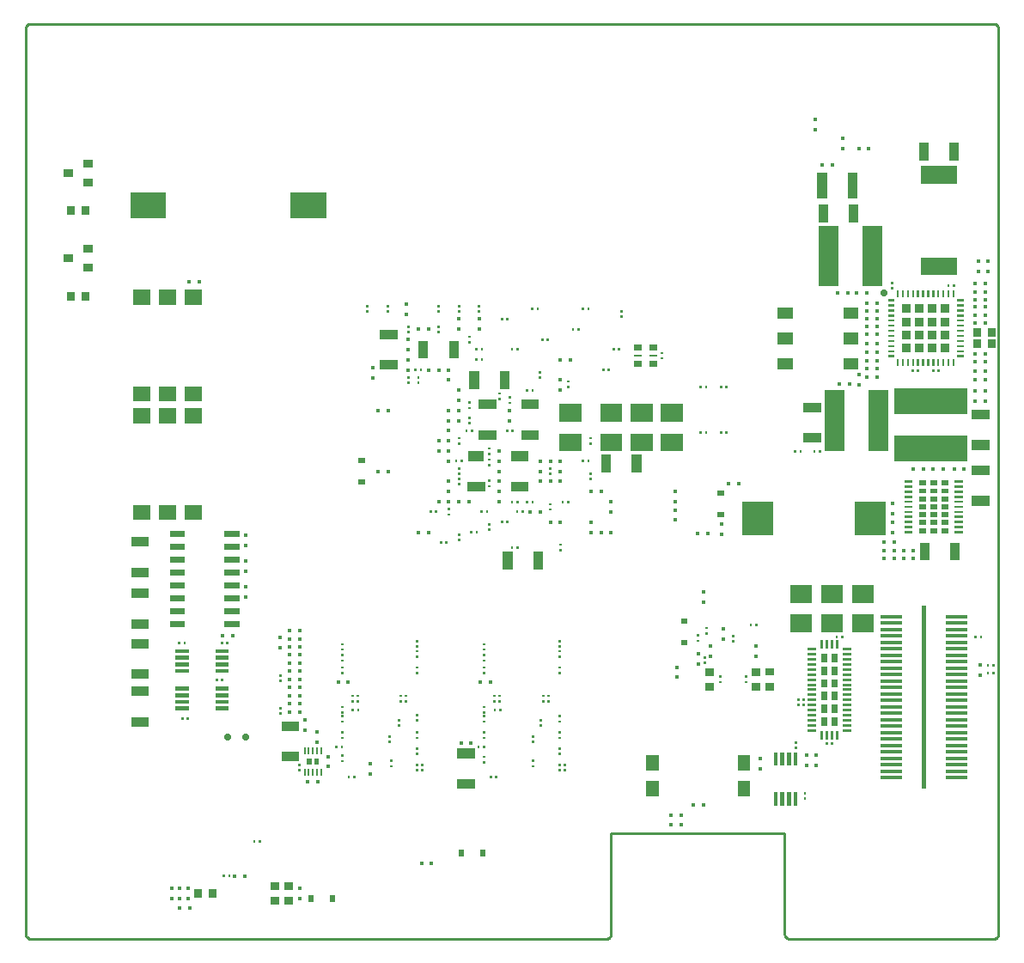
<source format=gbr>
*
%FSLAX26Y26*%
%MOIN*%
%ADD10R,0.018000X0.018000*%
%ADD11R,0.014000X0.014000*%
%ADD12R,0.009024X0.009024*%
%ADD13R,0.037370X0.037370*%
%ADD14R,0.017685X0.017685*%
%ADD15R,0.068866X0.068866*%
%ADD16R,0.029496X0.029496*%
%ADD17R,0.021000X0.021000*%
%ADD18R,0.120047X0.120047*%
%ADD19R,0.076740X0.076740*%
%ADD20R,0.100362X0.100362*%
%ADD21C,0.028000*%
%ADD22R,0.007055X0.007055*%
%ADD23R,0.018669X0.018669*%
%ADD24R,0.019496X0.019496*%
%ADD25R,0.049181X0.049181*%
%ADD26R,0.007843X0.007843*%
%ADD27R,0.033482X0.033482*%
%ADD28R,0.025559X0.025559*%
%ADD29R,0.009811X0.009811*%
%ADD30R,0.021622X0.021622*%
%ADD31R,0.057843X0.057843*%
%ADD32R,0.015717X0.015717*%
%ADD33R,0.023591X0.023591*%
%ADD34R,0.045244X0.045244*%
%ADD35C,0.010000*%
%IPPOS*%
%LNciaa_acc-b.paste.gbr*%
%LPD*%
G75*
G54D10*
X04666142Y-04138524D02*
Y-03448524D01*
G54D11*
X04504142Y-03481024D02*
X04573142D01*
X04504142Y-03506024D02*
X04573142D01*
X04504142Y-03531024D02*
X04573142D01*
X04504142Y-03556024D02*
X04573142D01*
X04504142Y-03581024D02*
X04573142D01*
X04504142Y-03606024D02*
X04573142D01*
X04504142Y-03631024D02*
X04573142D01*
X04504142Y-03656024D02*
X04573142D01*
X04504142Y-03681024D02*
X04573142D01*
X04504142Y-03706024D02*
X04573142D01*
X04504142Y-03731024D02*
X04573142D01*
X04504142Y-03756024D02*
X04573142D01*
X04504142Y-03781024D02*
X04573142D01*
X04504142Y-03806024D02*
X04573142D01*
X04504142Y-03831024D02*
X04573142D01*
X04504142Y-03856024D02*
X04573142D01*
X04504142Y-03881024D02*
X04573142D01*
X04504142Y-03906024D02*
X04573142D01*
X04504142Y-03931024D02*
X04573142D01*
X04504142Y-03956024D02*
X04573142D01*
X04504142Y-03981024D02*
X04573142D01*
X04504142Y-04006024D02*
X04573142D01*
X04504142Y-04031024D02*
X04573142D01*
X04504142Y-04056024D02*
X04573142D01*
X04504142Y-04081024D02*
X04573142D01*
X04504142Y-04106024D02*
X04573142D01*
X04759142Y-03481024D02*
X04828142D01*
X04759142Y-03506024D02*
X04828142D01*
X04759142Y-03531024D02*
X04828142D01*
X04759142Y-03556024D02*
X04828142D01*
X04759142Y-03581024D02*
X04828142D01*
X04759142Y-03606024D02*
X04828142D01*
X04759142Y-03631024D02*
X04828142D01*
X04759142Y-03656024D02*
X04828142D01*
X04759142Y-03681024D02*
X04828142D01*
X04759142Y-03706024D02*
X04828142D01*
X04759142Y-03731024D02*
X04828142D01*
X04759142Y-03756024D02*
X04828142D01*
X04759142Y-03781024D02*
X04828142D01*
X04759142Y-03806024D02*
X04828142D01*
X04759142Y-03831024D02*
X04828142D01*
X04759142Y-03856024D02*
X04828142D01*
X04759142Y-03881024D02*
X04828142D01*
X04759142Y-03906024D02*
X04828142D01*
X04759142Y-03931024D02*
X04828142D01*
X04759142Y-03956024D02*
X04828142D01*
X04759142Y-03981024D02*
X04828142D01*
X04759142Y-04006024D02*
X04828142D01*
X04759142Y-04031024D02*
X04828142D01*
X04759142Y-04056024D02*
X04828142D01*
X04759142Y-04081024D02*
X04828142D01*
X04759142Y-04106024D02*
X04828142D01*
G54D12*
X02448425Y-03809646D02*
X02449212D01*
X02448425Y-03788780D02*
X02449212D01*
X02598032Y-04061614D02*
X02598819D01*
X02598032Y-04040748D02*
X02598819D01*
X02434449Y-04102756D02*
Y-04101969D01*
X02455315Y-04102756D02*
Y-04101969D01*
X02594095Y-03967126D02*
X02594882D01*
X02594095Y-03946260D02*
X02594882D01*
X02409055Y-04021063D02*
X02409842D01*
X02409055Y-04041929D02*
X02409842D01*
X02629528Y-03883268D02*
X02630315D01*
X02629528Y-03904134D02*
X02630315D01*
X02409055Y-03587992D02*
X02409842D01*
X02409055Y-03608858D02*
X02409842D01*
X02408071Y-03988582D02*
Y-03987795D01*
X02387205Y-03988582D02*
Y-03987795D01*
X02700394Y-03615551D02*
X02701181D01*
X02700394Y-03636417D02*
X02701181D01*
X02409055Y-03832087D02*
X02409842D01*
X02409055Y-03852953D02*
X02409842D01*
X02409055Y-03951378D02*
X02409842D01*
X02409055Y-03930512D02*
X02409842D01*
X02700394Y-03678543D02*
X02701181D01*
X02700394Y-03699409D02*
X02701181D01*
X02450197Y-03842913D02*
Y-03842126D01*
X02471063Y-03842913D02*
Y-03842126D01*
X02409055Y-03867520D02*
X02409842D01*
X02409055Y-03888386D02*
X02409842D01*
X02657087Y-03788780D02*
X02657874D01*
X02657087Y-03809646D02*
X02657874D01*
X02700394Y-03576181D02*
X02701181D01*
X02700394Y-03597047D02*
X02701181D01*
X02468110Y-03788780D02*
X02468897D01*
X02468110Y-03809646D02*
X02468897D01*
X02700394Y-03930512D02*
X02701181D01*
X02700394Y-03951378D02*
X02701181D01*
X02637402Y-03809646D02*
X02638189D01*
X02637402Y-03788780D02*
X02638189D01*
X02409055Y-03678543D02*
X02409842D01*
X02409055Y-03699409D02*
X02409842D01*
X02700394Y-04014370D02*
X02701181D01*
X02700394Y-03993504D02*
X02701181D01*
X02720079Y-04056496D02*
X02720866D01*
X02720079Y-04077362D02*
X02720866D01*
X02409055Y-03631299D02*
X02409842D01*
X02409055Y-03652165D02*
X02409842D01*
X02700394Y-04077362D02*
X02701181D01*
X02700394Y-04056496D02*
X02701181D01*
G54D13*
X02874016Y-04129921D02*
X02905512D01*
X02874016Y-04011811D02*
X02905512D01*
G54D12*
X02999606Y-03809646D02*
X03000394D01*
X02999606Y-03788780D02*
X03000394D01*
X03149213Y-04061614D02*
X03150000D01*
X03149213Y-04040748D02*
X03150000D01*
X02985630Y-04102756D02*
Y-04101969D01*
X03006496Y-04102756D02*
Y-04101969D01*
X03149213Y-03967126D02*
X03150000D01*
X03149213Y-03946260D02*
X03150000D01*
X02960236Y-04025000D02*
X02961023D01*
X02960236Y-04045866D02*
X02961023D01*
X03180709Y-03883268D02*
X03181496D01*
X03180709Y-03904134D02*
X03181496D01*
X02960236Y-03587992D02*
X02961023D01*
X02960236Y-03608858D02*
X02961023D01*
X02959252Y-03988582D02*
Y-03987795D01*
X02938386Y-03988582D02*
Y-03987795D01*
X03251575Y-03615551D02*
X03252362D01*
X03251575Y-03636417D02*
X03252362D01*
X02960236Y-03832087D02*
X02961023D01*
X02960236Y-03852953D02*
X02961023D01*
X02960236Y-03951378D02*
X02961023D01*
X02960236Y-03930512D02*
X02961023D01*
X03251575Y-03678543D02*
X03252362D01*
X03251575Y-03699409D02*
X03252362D01*
X03001378Y-03842913D02*
Y-03842126D01*
X03022244Y-03842913D02*
Y-03842126D01*
X02960236Y-03867520D02*
X02961023D01*
X02960236Y-03888386D02*
X02961023D01*
X03208268Y-03788780D02*
X03209055D01*
X03208268Y-03809646D02*
X03209055D01*
X03251575Y-03576181D02*
X03252362D01*
X03251575Y-03597047D02*
X03252362D01*
X03019292Y-03788780D02*
X03020079D01*
X03019292Y-03809646D02*
X03020079D01*
X03251575Y-03930512D02*
X03252362D01*
X03251575Y-03951378D02*
X03252362D01*
X03188583Y-03809646D02*
X03189370D01*
X03188583Y-03788780D02*
X03189370D01*
X02960236Y-03678543D02*
X02961023D01*
X02960236Y-03699409D02*
X02961023D01*
X03251575Y-04014370D02*
X03252362D01*
X03251575Y-03993504D02*
X03252362D01*
X03271260Y-04056496D02*
X03272047D01*
X03271260Y-04077362D02*
X03272047D01*
X02960236Y-03631299D02*
X02961023D01*
X02960236Y-03652165D02*
X02961023D01*
X03251575Y-04077362D02*
X03252362D01*
X03251575Y-04056496D02*
X03252362D01*
G54D13*
X02192913Y-04023622D02*
X02224409D01*
X02192913Y-03905512D02*
X02224409D01*
G54D12*
X02168898Y-03730906D02*
X02169685D01*
X02168898Y-03710039D02*
X02169685D01*
X02168898Y-03836024D02*
X02169685D01*
X02168898Y-03856890D02*
X02169685D01*
X02700394Y-03884449D02*
X02701181D01*
X02700394Y-03863583D02*
X02701181D01*
X03251575Y-03888386D02*
X03252362D01*
X03251575Y-03867520D02*
X03252362D01*
G54D13*
X04870079Y-02913386D02*
X04901575D01*
X04870079Y-03031496D02*
X04901575D01*
X04669291Y-03244094D02*
Y-03212598D01*
X04787402Y-03244094D02*
Y-03212598D01*
G54D12*
X02243701Y-04077362D02*
X02244488D01*
X02243701Y-04056496D02*
X02244488D01*
G54D14*
X02354331Y-04023622D03*
Y-04062992D03*
X04545000Y-03043307D03*
Y-03082677D03*
X04551181Y-03224409D03*
X04511811D03*
X04586614D03*
X04625984D03*
G54D15*
X04181536Y-03507480D02*
X04198464D01*
X04181536Y-03392520D02*
X04198464D01*
X04421536Y-03507480D02*
X04438464D01*
X04421536Y-03392520D02*
X04438464D01*
X04301536Y-03507480D02*
X04318464D01*
X04301536Y-03392520D02*
X04318464D01*
G54D13*
X04870079Y-02814961D02*
X04901575D01*
X04870079Y-02696850D02*
X04901575D01*
X04216535Y-02787402D02*
X04248031D01*
X04216535Y-02669291D02*
X04248031D01*
X04393701Y-01933071D02*
Y-01901575D01*
X04275591Y-01933071D02*
Y-01901575D01*
X04665354Y-01692913D02*
Y-01661417D01*
X04783465Y-01692913D02*
Y-01661417D01*
G54D14*
X04484252Y-02326772D03*
X04444882D03*
X04905512Y-02460630D03*
X04866142D03*
X04444882Y-02263780D03*
X04484252D03*
X04904685Y-02562992D03*
X04865315D03*
X04444882Y-02354331D03*
X04484252D03*
X04905512Y-02492126D03*
X04866142D03*
G54D12*
X04542914Y-02207283D02*
X04543701D01*
X04542914Y-02186417D02*
X04543701D01*
X04723031Y-02527953D02*
Y-02527166D01*
X04702165Y-02527953D02*
Y-02527166D01*
G54D14*
X04905512Y-02279528D03*
X04866142D03*
X04444882Y-02456693D03*
X04484252D03*
G54D16*
X04931102Y-02379921D02*
Y-02375984D01*
X04872047Y-02379921D02*
Y-02375984D01*
G54D14*
X04905512Y-02188976D03*
X04866142D03*
X04484252Y-02551181D03*
X04444882D03*
G54D16*
X04931102Y-02423228D02*
Y-02419291D01*
X04872047Y-02423228D02*
Y-02419291D01*
G54D14*
X04905512Y-02251969D03*
X04866142D03*
X04484252Y-02488189D03*
X04444882D03*
G54D12*
X04782087Y-02197244D02*
Y-02196457D01*
X04761220Y-02197244D02*
Y-02196457D01*
X04623425Y-02527953D02*
Y-02527166D01*
X04644291Y-02527953D02*
Y-02527166D01*
X04179567Y-03825394D02*
Y-03824606D01*
X04200433Y-03825394D02*
Y-03824606D01*
X04179567Y-03805394D02*
Y-03804606D01*
X04200433Y-03805394D02*
Y-03804606D01*
X04349016Y-03559449D02*
Y-03558662D01*
X04328150Y-03559449D02*
Y-03558662D01*
X04288780Y-03972834D02*
Y-03972047D01*
X04309646Y-03972834D02*
Y-03972047D01*
G54D14*
X02031496Y-04488189D03*
X01992126D03*
X01818898Y-04610236D03*
X01779528D03*
G54D12*
X04262402Y-02838976D02*
Y-02838189D01*
X04241535Y-02838976D02*
Y-02838189D01*
X04167116Y-02838976D02*
Y-02838189D01*
X04187983Y-02838976D02*
Y-02838189D01*
X03821457Y-02768110D02*
Y-02767323D01*
X03800591Y-02768110D02*
Y-02767323D01*
X03879331Y-02768110D02*
Y-02767323D01*
X03900197Y-02768110D02*
Y-02767323D01*
X03821457Y-02590945D02*
Y-02590158D01*
X03800591Y-02590945D02*
Y-02590158D01*
X03879331Y-02590945D02*
Y-02590158D01*
X03900197Y-02590945D02*
Y-02590158D01*
G54D14*
X02035000Y-03165315D03*
Y-03204685D03*
Y-03265315D03*
Y-03304685D03*
Y-03365315D03*
Y-03404685D03*
X01944882Y-03555118D03*
X01984252D03*
G54D12*
X01922638Y-03728740D02*
Y-03727953D01*
X01943504Y-03728740D02*
Y-03727953D01*
X01788780Y-03878346D02*
Y-03877559D01*
X01809646Y-03878346D02*
Y-03877559D01*
X01963189Y-03583071D02*
Y-03582284D01*
X01942323Y-03583071D02*
Y-03582284D01*
X01776969Y-03583071D02*
Y-03582284D01*
X01797835Y-03583071D02*
Y-03582284D01*
G54D13*
X03122047Y-02775591D02*
X03153543D01*
X03122047Y-02657480D02*
X03153543D01*
G54D15*
X03286811Y-02805512D02*
X03303740D01*
X03286811Y-02690551D02*
X03303740D01*
G54D13*
X02956693Y-02775591D02*
X02988189D01*
X02956693Y-02657480D02*
X02988189D01*
G54D15*
X03680512Y-02805512D02*
X03697441D01*
X03680512Y-02690551D02*
X03697441D01*
G54D13*
X02574803Y-02385827D02*
X02606299D01*
X02574803Y-02503937D02*
X02606299D01*
G54D15*
X03444291Y-02805512D02*
X03461220D01*
X03444291Y-02690551D02*
X03461220D01*
X03562402Y-02805512D02*
X03579331D01*
X03562402Y-02690551D02*
X03579331D01*
G54D13*
X03082677Y-02858268D02*
X03114173D01*
X03082677Y-02976378D02*
X03114173D01*
X02917323Y-02858268D02*
X02940945D01*
X02913386Y-02976378D02*
X02944882D01*
X02921260Y-02578740D02*
Y-02547244D01*
X03039370Y-02578740D02*
Y-02547244D01*
X03169291Y-03279528D02*
Y-03248031D01*
X03051181Y-03279528D02*
Y-03248031D01*
X03433071Y-02901575D02*
Y-02870079D01*
X03551181Y-02901575D02*
Y-02870079D01*
G54D12*
X03148228Y-03035827D02*
Y-03035040D01*
X03127362Y-03035827D02*
Y-03035040D01*
X03087992Y-03075197D02*
Y-03074410D01*
X03108858Y-03075197D02*
Y-03074410D01*
G54D13*
X02724409Y-02460630D02*
Y-02429134D01*
X02842520Y-02460630D02*
Y-02429134D01*
G54D14*
X03787402Y-03157480D03*
X03826772D03*
X03700787Y-03106299D03*
Y-03066929D03*
X03881890Y-03122047D03*
Y-03161417D03*
X03700787Y-02996063D03*
Y-03035433D03*
G54D12*
X03216142Y-02927756D02*
X03216929D01*
X03216142Y-02906890D02*
X03216929D01*
G54D16*
X02198819Y-04584646D02*
X02202756D01*
X02198819Y-04525591D02*
X02202756D01*
G54D12*
X03822441Y-03525000D02*
X03823228D01*
X03822441Y-03545866D02*
X03823228D01*
X03789606Y-03575433D02*
X03790394D01*
X03789606Y-03554567D02*
X03790394D01*
X04015433Y-03515394D02*
Y-03514606D01*
X03994567Y-03515394D02*
Y-03514606D01*
X03924803Y-03556496D02*
X03925590D01*
X03924803Y-03577362D02*
X03925590D01*
G54D14*
X04244094Y-01590551D03*
Y-01551181D03*
G54D12*
X03874606Y-03735433D02*
X03875394D01*
X03874606Y-03714567D02*
X03875394D01*
X03974606Y-03735433D02*
X03975394D01*
X03974606Y-03714567D02*
X03975394D01*
G54D14*
X04350394Y-01625984D03*
Y-01665354D03*
G54D12*
X04168898Y-03990748D02*
X04169685D01*
X04168898Y-03969882D02*
X04169685D01*
X04204331Y-04187598D02*
X04205118D01*
X04204331Y-04166732D02*
X04205118D01*
X03814567Y-03660039D02*
X03815354D01*
X03814567Y-03639173D02*
X03815354D01*
G54D17*
X02954921Y-04399638D02*
Y-04395638D01*
X02871850Y-04399638D02*
Y-04395638D01*
X02482252Y-02958858D02*
X02486252D01*
X02482252Y-02875787D02*
X02486252D01*
X03875953Y-03084843D02*
X03879953D01*
X03875953Y-03001772D02*
X03879953D01*
X02372244Y-04576803D02*
Y-04572803D01*
X02289173Y-04576803D02*
Y-04572803D01*
X03734220Y-03580906D02*
X03738220D01*
X03734220Y-03497835D02*
X03738220D01*
G54D16*
X01848425Y-04557087D02*
Y-04553150D01*
X01907480Y-04557087D02*
Y-04553150D01*
X01414528Y-01906969D02*
Y-01903031D01*
X01355472Y-01906969D02*
Y-01903031D01*
X01414528Y-02241969D02*
Y-02238031D01*
X01355472Y-02241969D02*
Y-02238031D01*
X02147638Y-04525591D02*
X02151575D01*
X02147638Y-04584646D02*
X02151575D01*
X04064961Y-03694882D02*
X04068898D01*
X04064961Y-03753937D02*
X04068898D01*
X04013031Y-03695472D02*
X04016969D01*
X04013031Y-03754528D02*
X04016969D01*
X03833031D02*
X03836969D01*
X03833031Y-03695472D02*
X03836969D01*
G54D18*
X04458504Y-03103937D02*
Y-03096063D01*
X04021496Y-03103937D02*
Y-03096063D01*
G54D19*
X04466535Y-02161417D02*
Y-02003937D01*
X04297244Y-02161417D02*
Y-02003937D01*
G54D20*
X04600393Y-02643701D02*
X04785433D01*
X04600393Y-02828740D02*
X04785433D01*
G54D15*
X04689567Y-02122165D02*
X04760433D01*
X04689567Y-01767835D02*
X04760433D01*
G54D19*
X04490157Y-02799212D02*
Y-02641732D01*
X04320866Y-02799212D02*
Y-02641732D01*
G54D14*
X02862205Y-03035433D03*
X02901575D03*
X02783465D03*
X02822835D03*
X02204724Y-03598425D03*
X02244094D03*
X02204724Y-03724409D03*
X02244094D03*
X02204724Y-03661417D03*
X02244094D03*
X02204724Y-03566929D03*
X02244094D03*
X02204724Y-03629921D03*
X02244094D03*
X02204724Y-03787402D03*
X02244094D03*
X02204724Y-03535433D03*
X02244094D03*
X02204724Y-03692913D03*
X02244094D03*
X02204724Y-03818898D03*
X02244094D03*
X02204724Y-03850394D03*
X02244094D03*
X02204724Y-03755906D03*
X02244094D03*
X02263780Y-03881890D03*
Y-03921260D03*
X02984252Y-03736220D03*
X02944882D03*
X02433071D03*
X02393701D03*
X02314961Y-04122047D03*
X02275591D03*
X04822835Y-02909449D03*
X04783465D03*
X04700787D03*
X04740157D03*
X04664685Y-02910000D03*
X04625315D03*
X04545000Y-03153543D03*
Y-03114173D03*
X04511811Y-03192913D03*
X04551181D03*
X04031496Y-04031496D03*
Y-04070866D03*
X04551181Y-03255906D03*
X04511811D03*
X04625984D03*
X04586614D03*
X03771654Y-04212598D03*
X03811024D03*
X04444882Y-02295000D03*
X04484252D03*
X04905512Y-02527559D03*
X04866142D03*
X04330709Y-02224409D03*
X04370079D03*
X04405512D03*
X04444882D03*
X04866142Y-02645669D03*
Y-02606299D03*
X04905512D03*
Y-02645669D03*
Y-02220472D03*
X04866142D03*
X04444882Y-02519685D03*
X04484252D03*
X04866142Y-02311024D03*
X04905512D03*
X04484252Y-02385827D03*
X04444882D03*
Y-02421260D03*
X04484252D03*
X04877953Y-02102362D03*
Y-02141732D03*
X04913386D03*
Y-02102362D03*
X04338583Y-02578740D03*
X04377953D03*
X04413386Y-02543307D03*
Y-02582677D03*
X04885000Y-03669291D03*
Y-03708661D03*
X02755906Y-04437008D03*
X02716535D03*
X02586614Y-02917323D03*
X02547244D03*
X02822835Y-02562992D03*
Y-02523622D03*
X01779528Y-04535433D03*
Y-04574803D03*
X01811024D03*
Y-04535433D03*
G54D13*
X01609252Y-03309055D02*
X01640748D01*
X01609252Y-03190945D02*
X01640748D01*
X01609252Y-03509055D02*
X01640748D01*
X01609252Y-03390945D02*
X01640748D01*
X01609252Y-03704055D02*
X01640748D01*
X01609252Y-03585945D02*
X01640748D01*
X01609252Y-03889055D02*
X01640748D01*
X01609252Y-03770945D02*
X01640748D01*
G54D14*
X02665354Y-02484252D03*
Y-02523622D03*
X01854331Y-02181102D03*
X01814961D03*
X03811024Y-03385827D03*
Y-03425197D03*
X03452756Y-03074803D03*
Y-03035433D03*
X03948819Y-02964567D03*
X03909449D03*
X03255906Y-02877953D03*
Y-02917323D03*
X03216535Y-02956693D03*
X03255906D03*
X03790000Y-03625315D03*
Y-03664685D03*
X04248031Y-04059055D03*
Y-04019685D03*
X04212598Y-04059055D03*
Y-04019685D03*
X04413386Y-01665354D03*
X04452756D03*
X03724409Y-04287402D03*
X03685039D03*
X03724409Y-04251969D03*
X03685039D03*
X03255906Y-02602362D03*
Y-02562992D03*
X03295276Y-02484252D03*
X03255906D03*
G54D13*
X04389764Y-01838583D02*
Y-01775591D01*
X04271654Y-01838583D02*
Y-01775591D01*
G54D21*
X02035433Y-03948819D03*
X04511811Y-02224409D03*
X01964567Y-03948819D03*
G54D22*
X02263780Y-04093898D02*
Y-04075394D01*
X02279528Y-04093898D02*
Y-04075394D01*
X02295276Y-04093898D02*
Y-04075394D01*
X02311024Y-04093898D02*
Y-04075394D01*
X02326772Y-04093898D02*
Y-04075394D01*
X02263780Y-04011220D02*
Y-03992717D01*
X02279528Y-04011220D02*
Y-03992717D01*
X02295276Y-04011220D02*
Y-03992717D01*
X02311024Y-04011220D02*
Y-03992717D01*
X02326772Y-04011220D02*
Y-03992717D01*
G54D23*
X02280512Y-04045374D02*
Y-04041240D01*
X02310039Y-04045374D02*
Y-04041240D01*
G54D12*
X04790945Y-03055000D02*
X04813386D01*
X04790945Y-03074685D02*
X04813386D01*
X04790945Y-03094370D02*
X04813386D01*
X04790945Y-03114055D02*
X04813386D01*
X04790945Y-03133740D02*
X04813386D01*
X04790945Y-03153425D02*
X04813386D01*
X04790945Y-03035315D02*
X04813386D01*
X04790945Y-03015630D02*
X04813386D01*
X04790945Y-02995945D02*
X04813386D01*
X04790945Y-02976260D02*
X04813386D01*
X04790945Y-02956575D02*
X04813386D01*
X04596063Y-03153425D02*
X04618504D01*
X04596063Y-03133740D02*
X04618504D01*
X04596063Y-03114055D02*
X04618504D01*
X04596063Y-03094370D02*
X04618504D01*
X04596063Y-03074685D02*
X04618504D01*
X04596063Y-03055000D02*
X04618504D01*
X04596063Y-03035315D02*
X04618504D01*
X04596063Y-03015630D02*
X04618504D01*
X04596063Y-02995945D02*
X04618504D01*
X04596063Y-02976260D02*
X04618504D01*
X04596063Y-02956575D02*
X04618504D01*
G54D24*
X04743110Y-03147126D02*
X04751378D01*
X04700590D02*
X04708858D01*
X04658071D02*
X04666339D01*
X04743110Y-03116417D02*
X04751378D01*
X04743110Y-03085709D02*
X04751378D01*
X04743110Y-03055000D02*
X04751378D01*
X04743110Y-03024291D02*
X04751378D01*
X04743110Y-02993583D02*
X04751378D01*
X04743110Y-02962874D02*
X04751378D01*
X04700590D02*
X04708858D01*
X04700590Y-02993583D02*
X04708858D01*
X04700590Y-03024291D02*
X04708858D01*
X04700590Y-03055000D02*
X04708858D01*
X04700590Y-03085709D02*
X04708858D01*
X04700590Y-03116417D02*
X04708858D01*
X04658071D02*
X04666339D01*
X04658071Y-03085709D02*
X04666339D01*
X04658071Y-03055000D02*
X04666339D01*
X04658071Y-03024291D02*
X04666339D01*
X04658071Y-02993583D02*
X04666339D01*
X04658071Y-02962874D02*
X04666339D01*
G54D25*
X03614173Y-04052362D02*
Y-04044488D01*
Y-04152362D02*
Y-04144488D01*
X03968504Y-04052362D02*
Y-04044488D01*
Y-04152362D02*
Y-04144488D01*
G54D26*
X04564961Y-02237204D02*
Y-02219488D01*
X04584646Y-02237204D02*
Y-02219488D01*
X04604331Y-02237204D02*
Y-02219488D01*
X04624016Y-02237204D02*
Y-02219488D01*
X04643701Y-02237204D02*
Y-02219488D01*
X04663386Y-02237204D02*
Y-02219488D01*
X04683071Y-02237204D02*
Y-02219488D01*
X04702756Y-02237204D02*
Y-02219488D01*
X04722441Y-02237204D02*
Y-02219488D01*
X04742126Y-02237204D02*
Y-02219488D01*
X04761811Y-02237204D02*
Y-02219488D01*
X04781496Y-02237204D02*
Y-02219488D01*
X04798229Y-02253937D02*
X04815945D01*
X04798229Y-02273622D02*
X04815945D01*
X04798229Y-02293307D02*
X04815945D01*
X04798229Y-02312992D02*
X04815945D01*
X04798229Y-02332677D02*
X04815945D01*
X04798229Y-02352362D02*
X04815945D01*
X04798229Y-02372047D02*
X04815945D01*
X04798229Y-02391732D02*
X04815945D01*
X04798229Y-02411417D02*
X04815945D01*
X04798229Y-02431102D02*
X04815945D01*
X04798229Y-02450787D02*
X04815945D01*
X04798229Y-02470472D02*
X04815945D01*
X04781496Y-02504921D02*
Y-02487205D01*
X04761811Y-02504921D02*
Y-02487205D01*
X04742126Y-02504921D02*
Y-02487205D01*
X04722441Y-02504921D02*
Y-02487205D01*
X04702756Y-02504921D02*
Y-02487205D01*
X04683071Y-02504921D02*
Y-02487205D01*
X04663386Y-02504921D02*
Y-02487205D01*
X04643701Y-02504921D02*
Y-02487205D01*
X04624016Y-02504921D02*
Y-02487205D01*
X04604331Y-02504921D02*
Y-02487205D01*
X04584646Y-02504921D02*
Y-02487205D01*
X04564961Y-02504921D02*
Y-02487205D01*
X04530512Y-02470472D02*
X04548228D01*
X04530512Y-02450787D02*
X04548228D01*
X04530512Y-02431102D02*
X04548228D01*
X04530512Y-02411417D02*
X04548228D01*
X04530512Y-02391732D02*
X04548228D01*
X04530512Y-02372047D02*
X04548228D01*
X04530512Y-02352362D02*
X04548228D01*
X04530512Y-02332677D02*
X04548228D01*
X04530512Y-02312992D02*
X04548228D01*
X04530512Y-02293307D02*
X04548228D01*
X04530512Y-02273622D02*
X04548228D01*
X04530512Y-02253937D02*
X04548228D01*
G54D27*
X04749262Y-02438238D03*
X04698573D03*
X04647884D03*
X04597195D03*
X04749262Y-02387549D03*
X04698573D03*
X04647884D03*
X04597195D03*
X04749262Y-02336860D03*
X04698573D03*
X04647884D03*
X04597195D03*
X04749262Y-02286171D03*
X04698573D03*
X04647884D03*
X04597195D03*
G54D28*
X04319685Y-03842264D02*
Y-03835374D01*
G54D29*
X04357086Y-03765000D02*
X04378740D01*
X04357086Y-03784685D02*
X04378740D01*
X04357086Y-03804370D02*
X04378740D01*
X04357086Y-03824055D02*
X04378740D01*
X04357086Y-03843740D02*
X04378740D01*
X04357086Y-03863425D02*
X04378740D01*
X04357086Y-03883110D02*
X04378740D01*
X04357086Y-03902795D02*
X04378740D01*
X04357086Y-03922480D02*
X04378740D01*
X04357086Y-03745315D02*
X04378740D01*
X04357086Y-03725630D02*
X04378740D01*
X04357086Y-03705945D02*
X04378740D01*
X04357086Y-03686260D02*
X04378740D01*
X04357086Y-03666575D02*
X04378740D01*
X04357086Y-03646890D02*
X04378740D01*
X04357086Y-03627205D02*
X04378740D01*
X04357086Y-03607520D02*
X04378740D01*
X04221260Y-03765000D02*
X04242914D01*
X04221260Y-03745315D02*
X04242914D01*
X04221260Y-03725630D02*
X04242914D01*
X04221260Y-03705945D02*
X04242914D01*
X04221260Y-03686260D02*
X04242914D01*
X04221260Y-03666575D02*
X04242914D01*
X04221260Y-03646890D02*
X04242914D01*
X04221260Y-03627205D02*
X04242914D01*
X04221260Y-03607520D02*
X04242914D01*
X04221260Y-03784685D02*
X04242914D01*
X04221260Y-03804370D02*
X04242914D01*
X04221260Y-03824055D02*
X04242914D01*
X04221260Y-03843740D02*
X04242914D01*
X04221260Y-03863425D02*
X04242914D01*
X04221260Y-03883110D02*
X04242914D01*
X04221260Y-03902795D02*
X04242914D01*
X04221260Y-03922480D02*
X04242914D01*
X04329528Y-03952008D02*
Y-03930354D01*
X04309843Y-03952008D02*
Y-03930354D01*
X04290157Y-03952008D02*
Y-03930354D01*
X04270472Y-03952008D02*
Y-03930354D01*
X04329528Y-03599646D02*
Y-03577992D01*
X04309843Y-03599646D02*
Y-03577992D01*
X04290157Y-03599646D02*
Y-03577992D01*
X04270472Y-03599646D02*
Y-03577992D01*
G54D28*
X04319685Y-03793051D02*
Y-03786161D01*
Y-03891476D02*
Y-03884587D01*
X04280315Y-03891476D02*
Y-03884587D01*
Y-03842264D02*
Y-03835374D01*
Y-03793051D02*
Y-03786161D01*
Y-03743839D02*
Y-03736949D01*
Y-03694626D02*
Y-03687736D01*
Y-03645413D02*
Y-03638524D01*
X04319685Y-03645413D02*
Y-03638524D01*
Y-03694626D02*
Y-03687736D01*
Y-03743839D02*
Y-03736949D01*
G54D30*
X01750984Y-03510000D02*
X01786417D01*
X01750984Y-03460000D02*
X01786417D01*
X01750984Y-03410000D02*
X01786417D01*
X01750984Y-03360000D02*
X01786417D01*
X01750984Y-03310000D02*
X01786417D01*
X01750984Y-03260000D02*
X01786417D01*
X01750984Y-03210000D02*
X01786417D01*
X01750984Y-03160000D02*
X01786417D01*
X01963583D02*
X01999016D01*
X01963583Y-03210000D02*
X01999016D01*
X01963583Y-03260000D02*
X01999016D01*
X01963583Y-03310000D02*
X01999016D01*
X01963583Y-03360000D02*
X01999016D01*
X01963583Y-03410000D02*
X01999016D01*
X01963583Y-03460000D02*
X01999016D01*
X01963583Y-03510000D02*
X01999016D01*
G54D31*
X01627165Y-02241654D02*
X01637401D01*
X01627165Y-02616614D02*
X01637401D01*
X01727165D02*
X01737401D01*
X01827165D02*
X01837401D01*
X01827165Y-02241654D02*
X01837401D01*
X01727165D02*
X01737401D01*
X01627165Y-02702283D02*
X01637401D01*
X01627165Y-03077244D02*
X01637401D01*
X01727165D02*
X01737401D01*
X01827165D02*
X01837401D01*
X01827165Y-02702283D02*
X01837401D01*
X01727165D02*
X01737401D01*
G54D32*
X01926181Y-03837598D02*
X01961614D01*
X01926181Y-03812008D02*
X01961614D01*
X01926181Y-03786417D02*
X01961614D01*
X01926181Y-03760827D02*
X01961614D01*
X01770669Y-03837598D02*
X01806102D01*
X01770669Y-03812008D02*
X01806102D01*
X01770669Y-03786417D02*
X01806102D01*
X01770669Y-03760827D02*
X01806102D01*
X01770669Y-03615157D02*
X01806102D01*
X01770669Y-03640748D02*
X01806102D01*
X01770669Y-03666339D02*
X01806102D01*
X01770669Y-03691929D02*
X01806102D01*
X01926181Y-03615157D02*
X01961614D01*
X01926181Y-03640748D02*
X01961614D01*
X01926181Y-03666339D02*
X01961614D01*
X01926181Y-03691929D02*
X01961614D01*
G54D16*
X01420433Y-01722598D02*
X01428307D01*
X01341693Y-01760000D02*
X01349567D01*
X01420433Y-01797402D02*
X01428307D01*
X01420433Y-02052598D02*
X01428307D01*
X01341693Y-02090000D02*
X01349567D01*
X01420433Y-02127402D02*
X01428307D01*
G54D32*
X04168307Y-04050197D02*
Y-04014764D01*
X04142717Y-04050197D02*
Y-04014764D01*
X04117126Y-04050197D02*
Y-04014764D01*
X04091535Y-04050197D02*
Y-04014764D01*
X04168307Y-04205709D02*
Y-04170276D01*
X04142717Y-04205709D02*
Y-04170276D01*
X04117126Y-04205709D02*
Y-04170276D01*
X04091535Y-04205709D02*
Y-04170276D01*
G54D33*
X03552165Y-02436024D02*
X03560039D01*
X03552165Y-02500984D02*
X03560039D01*
X03613189Y-02436024D02*
X03621063D01*
X03613189Y-02500984D02*
X03621063D01*
G54D26*
X03544291Y-02468504D02*
X03567913D01*
X03605315D02*
X03628937D01*
G54D12*
X04914567Y-03700394D02*
Y-03699606D01*
X04935433Y-03700394D02*
Y-03699606D01*
X04914567Y-03670394D02*
Y-03669606D01*
X04935433Y-03670394D02*
Y-03669606D01*
X04867520Y-03559449D02*
Y-03558662D01*
X04888386Y-03559449D02*
Y-03558662D01*
X02822441Y-03064370D02*
X02823228D01*
X02822441Y-03085236D02*
X02823228D01*
X02971063Y-03075197D02*
Y-03074410D01*
X02950197Y-03075197D02*
Y-03074410D01*
X02792717Y-03193307D02*
Y-03192520D01*
X02813583Y-03193307D02*
Y-03192520D01*
X02861811Y-03162795D02*
X02862598D01*
X02861811Y-03183661D02*
X02862598D01*
X02979921Y-03123425D02*
X02980708D01*
X02979921Y-03144291D02*
X02980708D01*
X03216142Y-03044685D02*
X03216929D01*
X03216142Y-03065551D02*
X03216929D01*
X02910827Y-03153937D02*
Y-03153150D01*
X02931693Y-03153937D02*
Y-03153150D01*
X02753346Y-03075197D02*
Y-03074410D01*
X02774213Y-03075197D02*
Y-03074410D01*
X02901181Y-02415945D02*
X02901968D01*
X02901181Y-02395079D02*
X02901968D01*
X02861811Y-02788780D02*
X02862598D01*
X02861811Y-02809646D02*
X02862598D01*
X02901181Y-02650984D02*
X02901968D01*
X02901181Y-02671850D02*
X02901968D01*
X03058662Y-02631299D02*
X03059449D01*
X03058662Y-02652165D02*
X03059449D01*
X02861811Y-02927756D02*
X02862598D01*
X02861811Y-02906890D02*
X02862598D01*
X02901181Y-02730906D02*
X02901968D01*
X02901181Y-02710039D02*
X02901968D01*
X03127362Y-02602756D02*
Y-02601969D01*
X03148228Y-02602756D02*
Y-02601969D01*
X02704331Y-02573425D02*
X02705118D01*
X02704331Y-02552559D02*
X02705118D01*
X03019292Y-02615551D02*
X03020079D01*
X03019292Y-02636417D02*
X03020079D01*
X02979921Y-02975000D02*
X02980708D01*
X02979921Y-02954134D02*
X02980708D01*
X02979921Y-02871457D02*
X02980708D01*
X02979921Y-02892323D02*
X02980708D01*
X02951378Y-02445275D02*
Y-02444488D01*
X02930512Y-02445275D02*
Y-02444488D01*
X02861811Y-02946260D02*
X02862598D01*
X02861811Y-02967126D02*
X02862598D01*
X02851772Y-02878346D02*
Y-02877559D01*
X02872638Y-02878346D02*
Y-02877559D01*
X02891142Y-02760236D02*
Y-02759449D01*
X02912008Y-02760236D02*
Y-02759449D01*
X03048622Y-02760236D02*
Y-02759449D01*
X03069488Y-02760236D02*
Y-02759449D01*
X02664961Y-02573425D02*
X02665748D01*
X02664961Y-02552559D02*
X02665748D01*
X03343898Y-02878346D02*
Y-02877559D01*
X03364764Y-02878346D02*
Y-02877559D01*
X02979921Y-02828150D02*
X02980708D01*
X02979921Y-02849016D02*
X02980708D01*
X02951378Y-02484645D02*
Y-02483858D01*
X02930512Y-02484645D02*
Y-02483858D01*
X03068307Y-03212992D02*
Y-03212205D01*
X03089173Y-03212992D02*
Y-03212205D01*
X03255512Y-03223031D02*
X03256299D01*
X03255512Y-03202165D02*
X03256299D01*
X03089173Y-03035827D02*
Y-03035040D01*
X03068307Y-03035827D02*
Y-03035040D01*
X03028937Y-03114567D02*
Y-03113780D01*
X03049803Y-03114567D02*
Y-03113780D01*
X03265157Y-03035827D02*
Y-03035040D01*
X03286024Y-03035827D02*
Y-03035040D01*
X03373622Y-02947441D02*
X03374409D01*
X03373622Y-02926575D02*
X03374409D01*
X03649213Y-02478937D02*
X03650000D01*
X03649213Y-02458071D02*
X03650000D01*
G54D14*
X02519685Y-04090551D03*
Y-04051181D03*
X02870079Y-03972441D03*
X02909449D03*
X02169291Y-03562992D03*
Y-03602362D03*
X02311024Y-03929134D03*
Y-03968504D03*
X04905512Y-02342520D03*
X04866142D03*
X03177165Y-02956693D03*
Y-02917323D03*
X03059055Y-02720472D03*
Y-02681102D03*
X02665354Y-02405512D03*
Y-02444882D03*
X02783465Y-02799213D03*
Y-02838583D03*
X03216535Y-02877953D03*
X03177165D03*
X02822835D03*
Y-02838583D03*
X02862205Y-02602362D03*
Y-02641732D03*
X03019685Y-03035433D03*
Y-02996063D03*
X02862205Y-02681102D03*
Y-02720472D03*
X03019685Y-02877953D03*
Y-02838583D03*
X02822835Y-02996063D03*
Y-02956693D03*
X02862205Y-02326772D03*
Y-02366142D03*
X02527559Y-02555118D03*
Y-02515748D03*
X02940945Y-02326772D03*
Y-02366142D03*
X02657480Y-02267717D03*
Y-02307087D03*
X02704724Y-02366142D03*
X02744094D03*
Y-02523622D03*
X02783465D03*
X02822835Y-02720472D03*
Y-02681102D03*
Y-02799213D03*
Y-02759843D03*
X03137795Y-03074803D03*
X03177165D03*
X03255906Y-03114173D03*
X03216535D03*
X02586614Y-02681102D03*
X02547244D03*
X02744094Y-03153543D03*
X02704724D03*
X03413386D03*
X03452756D03*
X03374016Y-03114173D03*
Y-03153543D03*
Y-02996063D03*
X03413386D03*
X03708661Y-03677165D03*
Y-03716535D03*
X03889764Y-03527559D03*
Y-03566929D03*
X04015748Y-03633858D03*
Y-03594488D03*
X04271654Y-01728346D03*
X04311024D03*
X03838583Y-03633858D03*
Y-03594488D03*
X01748031Y-04535433D03*
Y-04574803D03*
X03019685Y-02917323D03*
Y-02956693D03*
X02244094Y-04535433D03*
Y-04574803D03*
G54D12*
X02783071Y-02355709D02*
X02783858D01*
X02783071Y-02376575D02*
X02783858D01*
X02715157Y-02524016D02*
Y-02523229D01*
X02694291Y-02524016D02*
Y-02523229D01*
X02783071Y-02276969D02*
X02783858D01*
X02783071Y-02297835D02*
X02783858D01*
X02664961Y-02355709D02*
X02665748D01*
X02664961Y-02376575D02*
X02665748D01*
X02861811Y-02276969D02*
X02862598D01*
X02861811Y-02297835D02*
X02862598D01*
X02586221Y-02276969D02*
X02587008D01*
X02586221Y-02297835D02*
X02587008D01*
X02940551Y-02276969D02*
X02941338D01*
X02940551Y-02297835D02*
X02941338D01*
X02507481Y-02276969D02*
X02508268D01*
X02507481Y-02297835D02*
X02508268D01*
X03364764Y-02287795D02*
Y-02287008D01*
X03343898Y-02287795D02*
Y-02287008D01*
X03147047Y-02287795D02*
Y-02287008D01*
X03167913Y-02287795D02*
Y-02287008D01*
X03304528Y-02366535D02*
Y-02365748D01*
X03325394Y-02366535D02*
Y-02365748D01*
X03028937Y-02327165D02*
Y-02326378D01*
X03049803Y-02327165D02*
Y-02326378D01*
X03491732Y-02296654D02*
X03492519D01*
X03491732Y-02317520D02*
X03492519D01*
X03186417Y-02405905D02*
Y-02405118D01*
X03207283Y-02405905D02*
Y-02405118D01*
X03462008Y-02445275D02*
Y-02444488D01*
X03482874Y-02445275D02*
Y-02444488D01*
X03068307Y-02445275D02*
Y-02444488D01*
X03089173Y-02445275D02*
Y-02444488D01*
X03373622Y-02809646D02*
X03374409D01*
X03373622Y-02788780D02*
X03374409D01*
X03443504Y-02524016D02*
Y-02523229D01*
X03422638Y-02524016D02*
Y-02523229D01*
X03287008Y-02589173D02*
X03287795D01*
X03287008Y-02568307D02*
X03287795D01*
X03176772Y-02532874D02*
X03177559D01*
X03176772Y-02553740D02*
X03177559D01*
G54D20*
X02257481Y-01885827D02*
X02299212D01*
X01637795D02*
X01674803D01*
G54D34*
X04122047Y-02303150D02*
X04133858D01*
X04122047Y-02401575D02*
X04133858D01*
X04122047Y-02500000D02*
X04133858D01*
X04377953Y-02303150D02*
X04389764D01*
X04377953Y-02401575D02*
X04389764D01*
X04377953Y-02500000D02*
X04389764D01*
G54D12*
X02068307Y-04354724D02*
Y-04353937D01*
X02089173Y-04354724D02*
Y-04353937D01*
X01950197Y-04488582D02*
Y-04487795D01*
X01971063Y-04488582D02*
Y-04487795D01*
G54D35*
X01200787Y-04731102D02*
X03432815D01*
X03437186Y-04730611D01*
X03441339Y-04729161D01*
X03445066Y-04726826D01*
X03448181Y-04723721D01*
X03450530Y-04720001D01*
X03451994Y-04715854D01*
X03452500Y-04711484D01*
X03452500Y-04711417D01*
Y-04322500D01*
X04125000D01*
Y-04711417D01*
X04125491Y-04715788D01*
X04126941Y-04719941D01*
X04129277Y-04723668D01*
X04132382Y-04726784D01*
X04136101Y-04729132D01*
X04140249Y-04730596D01*
X04144618Y-04731102D01*
X04144685Y-04731102D01*
X04936614D01*
X04940985Y-04730611D01*
X04945138Y-04729161D01*
X04948865Y-04726826D01*
X04951981Y-04723721D01*
X04954329Y-04720001D01*
X04955793Y-04715854D01*
X04956299Y-04711484D01*
X04956299Y-04711417D01*
Y-01200787D01*
X04955808Y-01196416D01*
X04954358Y-01192264D01*
X04952022Y-01188536D01*
X04948917Y-01185421D01*
X04945198Y-01183073D01*
X04941050Y-01181609D01*
X04936681Y-01181102D01*
X04936614Y-01181102D01*
X01200787D01*
X01196416Y-01181594D01*
X01192264Y-01183044D01*
X01188536Y-01185379D01*
X01185421Y-01188484D01*
X01183073Y-01192203D01*
X01181609Y-01196351D01*
X01181102Y-01200721D01*
X01181102Y-01200787D01*
Y-04711417D01*
X01181594Y-04715788D01*
X01183044Y-04719941D01*
X01185379Y-04723668D01*
X01188484Y-04726784D01*
X01192203Y-04729132D01*
X01196351Y-04730596D01*
X01200721Y-04731102D01*
X01200787Y-04731102D01*
M02*

</source>
